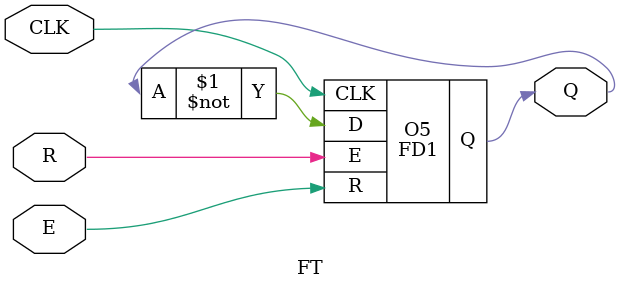
<source format=v>


//FlipFlop D
module FD1(input wire CLK, input wire D, input wire E, input wire R, output Q);
reg Q;
	always @(posedge CLK or	posedge R)
		if (R) begin
		Q <= 0;
	end else if (E) begin
		Q <= D;
	end
endmodule


//FlipFlop T
module FT(input wire CLK, E, R, output wire Q);
	FD1 O5(CLK, ~Q, R, E, Q);
endmodule

</source>
